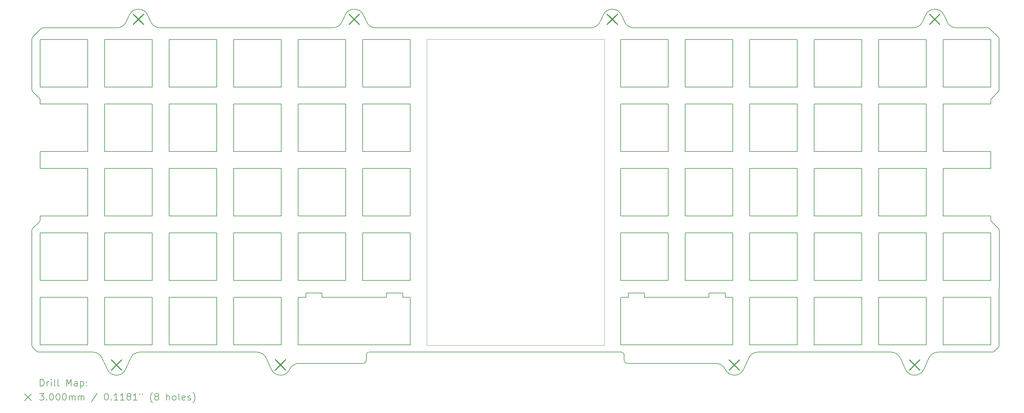
<source format=gbr>
%TF.GenerationSoftware,KiCad,Pcbnew,(6.0.7-1)-1*%
%TF.CreationDate,2022-11-07T11:39:17+01:00*%
%TF.ProjectId,frog-mini,66726f67-2d6d-4696-9e69-2e6b69636164,rev?*%
%TF.SameCoordinates,Original*%
%TF.FileFunction,Drillmap*%
%TF.FilePolarity,Positive*%
%FSLAX45Y45*%
G04 Gerber Fmt 4.5, Leading zero omitted, Abs format (unit mm)*
G04 Created by KiCad (PCBNEW (6.0.7-1)-1) date 2022-11-07 11:39:17*
%MOMM*%
%LPD*%
G01*
G04 APERTURE LIST*
%ADD10C,0.150000*%
%ADD11C,0.100000*%
%ADD12C,0.200000*%
%ADD13C,0.300000*%
G04 APERTURE END LIST*
D10*
X7798552Y-12562371D02*
X7798595Y-12693382D01*
X10179804Y-12562371D02*
X10179804Y-12693379D01*
X7322302Y-12693379D02*
X7322302Y-12562371D01*
X9703603Y-12693379D02*
X9703554Y-12562371D01*
X9703554Y-12562371D02*
X10179804Y-12562371D01*
X7322302Y-12562371D02*
X7798552Y-12562371D01*
D11*
X16133005Y-5061444D02*
X10894188Y-5061423D01*
D10*
X16621140Y-12193321D02*
X16621140Y-10788383D01*
X6596070Y-8383310D02*
X5191133Y-8383310D01*
X23741119Y-10288295D02*
X22336181Y-10288295D01*
X10406098Y-5073377D02*
X10406098Y-6478314D01*
X21836129Y-12693353D02*
X21836129Y-14098290D01*
X-523909Y-5073347D02*
X881029Y-5073347D01*
D12*
X19705214Y-14819212D02*
G75*
G03*
X19432498Y-14644211I-272654J-124898D01*
G01*
D10*
X3286095Y-14098302D02*
X3286095Y-12693365D01*
X881029Y-8883363D02*
X881029Y-10288301D01*
X3286095Y-12693365D02*
X4691033Y-12693365D01*
D12*
X16721679Y-14386611D02*
G75*
G03*
X16646684Y-14311611I-74999J1D01*
G01*
D10*
X10406075Y-12693382D02*
X10406075Y-14098320D01*
D12*
X-742964Y-6615168D02*
X-552501Y-6802689D01*
D10*
X4691057Y-8883375D02*
X4691057Y-10288313D01*
D12*
X2420746Y-14311610D02*
G75*
G03*
X2148028Y-14486611I-6J-299990D01*
G01*
D10*
X27551147Y-6873382D02*
X27551147Y-6978338D01*
X7096147Y-10788395D02*
X8501084Y-10788395D01*
X21836105Y-6478285D02*
X20431167Y-6478285D01*
D12*
X27579737Y-6802668D02*
G75*
G03*
X27551147Y-6873382I69143J-69092D01*
G01*
D10*
X18526154Y-6478291D02*
X18526154Y-5073353D01*
X10406075Y-14098320D02*
X7096123Y-14098314D01*
X18026077Y-6478297D02*
X16621140Y-6478297D01*
D12*
X16721679Y-14544211D02*
G75*
G03*
X16821684Y-14644211I100001J1D01*
G01*
D10*
X21836105Y-5073347D02*
X21836105Y-6478285D01*
X7096147Y-5073371D02*
X8501084Y-5073371D01*
X23741119Y-12193303D02*
X22336181Y-12193303D01*
D12*
X2105028Y-4349211D02*
X2014964Y-4549211D01*
D10*
X26146209Y-10288283D02*
X26146209Y-8883346D01*
X3286119Y-8883375D02*
X4691057Y-8883375D01*
X16621140Y-8383305D02*
X16621140Y-6978367D01*
X27551170Y-14098273D02*
X26146233Y-14098273D01*
X2786043Y-10788377D02*
X2786043Y-12193315D01*
D12*
X1998651Y-14819211D02*
X2148028Y-14486611D01*
X16721684Y-14386611D02*
X16721684Y-14544211D01*
D10*
X4691057Y-8383305D02*
X3286119Y-8383305D01*
D12*
X-742964Y-14173500D02*
X-634965Y-14282321D01*
D10*
X27551147Y-6478267D02*
X26146209Y-6478267D01*
D12*
X27797746Y-5066032D02*
G75*
G03*
X27768457Y-4995322I-99996J2D01*
G01*
D10*
X4691057Y-10788383D02*
X4691057Y-12193321D01*
X22336205Y-12693347D02*
X23741142Y-12693347D01*
X24241219Y-14098278D02*
X24241219Y-12693341D01*
X4691057Y-5073359D02*
X4691057Y-6478297D01*
X-523932Y-12693353D02*
X881005Y-12693353D01*
X21836105Y-10788371D02*
X21836105Y-12193309D01*
D12*
X25994746Y-14311610D02*
G75*
G03*
X25722028Y-14486611I-6J-299990D01*
G01*
X6150444Y-14486611D02*
X6299821Y-14819211D01*
D10*
X5191133Y-6978373D02*
X6596070Y-6978373D01*
D12*
X8114746Y-4724213D02*
G75*
G03*
X8387464Y-4549211I4J299993D01*
G01*
X9182838Y-14311608D02*
G75*
G03*
X9107838Y-14386611I2J-75002D01*
G01*
D10*
X18526154Y-5073353D02*
X19931091Y-5073353D01*
X4691057Y-10288313D02*
X3286119Y-10288313D01*
X5191133Y-8883381D02*
X6596070Y-8883381D01*
X20431167Y-12193309D02*
X20431167Y-10788371D01*
X16621140Y-5073359D02*
X18026077Y-5073359D01*
X23741119Y-6478279D02*
X22336181Y-6478279D01*
X18026077Y-10288313D02*
X16621140Y-10288313D01*
X24241195Y-5073336D02*
X25646133Y-5073336D01*
X23741119Y-6978349D02*
X23741119Y-8383287D01*
X10406098Y-12193338D02*
X9001161Y-12193338D01*
X5191109Y-14098308D02*
X5191109Y-12693370D01*
X23741142Y-12693347D02*
X23741142Y-14098284D01*
X10406098Y-10288330D02*
X9001161Y-10288330D01*
X8501084Y-6478308D02*
X7096147Y-6478308D01*
D12*
X15734746Y-4724211D02*
X9385746Y-4724211D01*
X1303839Y-14486611D02*
G75*
G03*
X1031121Y-14311611I-272707J-124983D01*
G01*
D10*
X-523909Y-6478285D02*
X-523909Y-5073347D01*
X3286119Y-10288313D02*
X3286119Y-8883375D01*
X6596070Y-10788389D02*
X6596070Y-12193326D01*
X19931091Y-6978361D02*
X19931091Y-8383299D01*
X9001161Y-10288330D02*
X9001161Y-8883393D01*
X21836105Y-12193309D02*
X20431167Y-12193309D01*
X881029Y-6478285D02*
X-523909Y-6478285D01*
X10406098Y-8883393D02*
X10406098Y-10288330D01*
X3286119Y-6978367D02*
X4691057Y-6978367D01*
D12*
X20672746Y-14311611D02*
X24605121Y-14311611D01*
D10*
X1381105Y-6978361D02*
X2786043Y-6978361D01*
D12*
X9113028Y-4549211D02*
X9022964Y-4349211D01*
D10*
X26146209Y-8883346D02*
X27551147Y-8883346D01*
X5191133Y-5073365D02*
X6596070Y-5073365D01*
X27551170Y-12693335D02*
X27551170Y-14098273D01*
X5191133Y-12193326D02*
X5191133Y-10788389D01*
X10406098Y-6978385D02*
X10406098Y-8383322D01*
X4691057Y-6478297D02*
X3286119Y-6478297D01*
X7096147Y-8383316D02*
X7096147Y-6978379D01*
X19931091Y-8883369D02*
X19931091Y-10288307D01*
D12*
X27456325Y-4724611D02*
X26530746Y-4724211D01*
D10*
X19704936Y-12562354D02*
X19704936Y-12693362D01*
X25646156Y-12693341D02*
X25646156Y-14098278D01*
X9001161Y-5073377D02*
X10406098Y-5073377D01*
X8501084Y-6978379D02*
X8501084Y-8383316D01*
X-523932Y-14098290D02*
X-523932Y-12693353D01*
X5191133Y-10288319D02*
X5191133Y-8883381D01*
X25646133Y-6478273D02*
X24241195Y-6478273D01*
X26146209Y-6478267D02*
X26146209Y-5073330D01*
X10406072Y-12693379D02*
X10179804Y-12693379D01*
X-523909Y-6978355D02*
X-523909Y-6873399D01*
D12*
X25994746Y-14311611D02*
X27589746Y-14311611D01*
X25259746Y-4724211D02*
X17005746Y-4724211D01*
D10*
X1381105Y-8383299D02*
X1381105Y-6978361D01*
X22336181Y-6478279D02*
X22336181Y-5073341D01*
X3286119Y-10788383D02*
X4691057Y-10788383D01*
X8501084Y-5073371D02*
X8501084Y-6478308D01*
X22336181Y-12193303D02*
X22336181Y-10788365D01*
X26146233Y-14098273D02*
X26146233Y-12693335D01*
D12*
X-501543Y-4753500D02*
X-742964Y-4994922D01*
X27768457Y-4995322D02*
X27527035Y-4753900D01*
D10*
X16621140Y-10288313D02*
X16621140Y-8883375D01*
X25646133Y-10788360D02*
X25646133Y-12193297D01*
X25646133Y-10288289D02*
X24241195Y-10288289D01*
X24241195Y-6978343D02*
X25646133Y-6978343D01*
X19931091Y-10288307D02*
X18526154Y-10288307D01*
X6596047Y-14098308D02*
X5191109Y-14098308D01*
D12*
X9113028Y-4549211D02*
G75*
G03*
X9385746Y-4724211I272712J124991D01*
G01*
X7117974Y-14644211D02*
X9007838Y-14644211D01*
D10*
X-523909Y-10393257D02*
X-523909Y-10288301D01*
X27551147Y-8383275D02*
X27551147Y-8883346D01*
X20431167Y-10288301D02*
X20431167Y-8883363D01*
X4691057Y-6978367D02*
X4691057Y-8383305D01*
X27551147Y-10288283D02*
X27551147Y-10393239D01*
X22336181Y-8883357D02*
X23741119Y-8883357D01*
D12*
X26258028Y-4549211D02*
X26167964Y-4349211D01*
D10*
X24241195Y-10288289D02*
X24241195Y-8883352D01*
X6596070Y-5073365D02*
X6596070Y-6478302D01*
X19931091Y-5073353D02*
X19931091Y-6478291D01*
X19931091Y-10788377D02*
X19931091Y-12193315D01*
D12*
X-772254Y-14102789D02*
G75*
G03*
X-742964Y-14173500I99999J0D01*
G01*
D10*
X1381105Y-5073353D02*
X2786043Y-5073353D01*
D12*
X27797746Y-6544857D02*
X27797746Y-5066032D01*
X20672746Y-14311610D02*
G75*
G03*
X20400028Y-14486611I-6J-299990D01*
G01*
X15734746Y-4724213D02*
G75*
G03*
X16007464Y-4549211I4J299993D01*
G01*
D10*
X9001161Y-8383322D02*
X9001161Y-6978385D01*
D12*
X16733028Y-4549211D02*
X16642964Y-4349211D01*
D10*
X16621140Y-8883375D02*
X18026077Y-8883375D01*
D12*
X-552501Y-10463968D02*
X-742964Y-10651488D01*
D11*
X10894188Y-5061423D02*
X10894188Y-14110173D01*
D10*
X23741142Y-14098284D02*
X22336205Y-14098284D01*
D12*
X-742964Y-4994922D02*
G75*
G03*
X-772254Y-5065632I70710J-70710D01*
G01*
D10*
X7096147Y-8883387D02*
X8501084Y-8883387D01*
D12*
X-742964Y-10651488D02*
G75*
G03*
X-772254Y-10722199I70710J-70710D01*
G01*
D10*
X5191133Y-6478302D02*
X5191133Y-5073365D01*
X-523909Y-8883363D02*
X-523909Y-8383293D01*
D12*
X16821684Y-14644211D02*
X19432498Y-14644211D01*
D10*
X20431167Y-6478285D02*
X20431167Y-5073347D01*
D12*
X9007838Y-14644208D02*
G75*
G03*
X9107838Y-14544211I2J99998D01*
G01*
D10*
X26146233Y-12693335D02*
X27551170Y-12693335D01*
X21836105Y-8383293D02*
X20431167Y-8383293D01*
X9001161Y-10788401D02*
X10406098Y-10788401D01*
X19704936Y-12693362D02*
X19931115Y-12693359D01*
X-523909Y-10788371D02*
X881029Y-10788371D01*
X20431191Y-12693353D02*
X21836129Y-12693353D01*
X20431167Y-6978355D02*
X21836105Y-6978355D01*
D12*
X2740528Y-4549211D02*
G75*
G03*
X3013246Y-4724211I272712J124991D01*
G01*
X2740528Y-4549211D02*
X2650464Y-4349211D01*
X1453216Y-14819211D02*
G75*
G03*
X1998651Y-14819211I272718J125000D01*
G01*
D10*
X9001161Y-12193338D02*
X9001161Y-10788401D01*
X22336181Y-6978349D02*
X23741119Y-6978349D01*
X10406098Y-6478314D02*
X9001161Y-6478314D01*
D12*
X26167964Y-4349211D02*
G75*
G03*
X25622528Y-4349211I-272718J-125000D01*
G01*
D10*
X5191133Y-10788389D02*
X6596070Y-10788389D01*
D12*
X-523909Y-6873399D02*
G75*
G03*
X-552501Y-6802689I-97733J1617D01*
G01*
D10*
X18026077Y-8383305D02*
X16621140Y-8383305D01*
X22336181Y-10788365D02*
X23741119Y-10788365D01*
D12*
X-772254Y-5065632D02*
X-772254Y-6544457D01*
X9182838Y-14311611D02*
X16646684Y-14311611D01*
X-772254Y-10722199D02*
X-772254Y-14102789D01*
D10*
X1381082Y-12693359D02*
X2786019Y-12693359D01*
X1381082Y-14098296D02*
X1381082Y-12693359D01*
X5191109Y-12693370D02*
X6596047Y-12693370D01*
X18526154Y-8383299D02*
X18526154Y-6978361D01*
X8501084Y-8383316D02*
X7096147Y-8383316D01*
D12*
X27768456Y-14173500D02*
G75*
G03*
X27797746Y-14102789I-70706J70710D01*
G01*
D10*
X27551147Y-10288283D02*
X26146209Y-10288283D01*
X24241195Y-10788360D02*
X25646133Y-10788360D01*
D12*
X25622528Y-4349211D02*
X25532464Y-4549211D01*
D10*
X3286119Y-6478297D02*
X3286119Y-5073359D01*
X9001161Y-6978385D02*
X10406098Y-6978385D01*
X18026077Y-6978367D02*
X18026077Y-8383305D01*
X4691033Y-12693365D02*
X4691033Y-14098302D01*
X20431167Y-10788371D02*
X21836105Y-10788371D01*
X26146209Y-10788354D02*
X27551147Y-10788354D01*
X881029Y-12193309D02*
X-523909Y-12193309D01*
X22336181Y-10288295D02*
X22336181Y-8883357D01*
X18526154Y-10288307D02*
X18526154Y-8883369D01*
X16847433Y-12693362D02*
X16847433Y-12562354D01*
X25646133Y-8383281D02*
X24241195Y-8383281D01*
X26146209Y-8383275D02*
X26146209Y-6978338D01*
X20431167Y-8383293D02*
X20431167Y-6978355D01*
X25646133Y-12193297D02*
X24241195Y-12193297D01*
X22336181Y-5073341D02*
X23741119Y-5073341D01*
D12*
X27660457Y-14282321D02*
X27768457Y-14173500D01*
X27589746Y-14311609D02*
G75*
G03*
X27660457Y-14282321I-6J100019D01*
G01*
X20250652Y-14819211D02*
X20400028Y-14486611D01*
D10*
X-523909Y-6978355D02*
X881029Y-6978355D01*
X6596070Y-6978373D02*
X6596070Y-8383310D01*
D12*
X2420746Y-14311611D02*
X5877726Y-14311611D01*
D10*
X18026077Y-5073359D02*
X18026077Y-6478297D01*
D12*
X16097528Y-4349211D02*
X16007464Y-4549211D01*
D10*
X4691057Y-12193321D02*
X3286119Y-12193321D01*
X6596070Y-6478302D02*
X5191133Y-6478302D01*
X27551147Y-10788354D02*
X27551147Y-12193291D01*
D11*
X10894188Y-14110173D02*
X16133005Y-14110194D01*
D10*
X6596070Y-10288319D02*
X5191133Y-10288319D01*
D12*
X27799490Y-10722181D02*
G75*
G03*
X27770202Y-10651471I-100000J1D01*
G01*
X-430832Y-4724211D02*
G75*
G03*
X-501543Y-4753500I2J-100006D01*
G01*
D10*
X10406098Y-10788401D02*
X10406098Y-12193338D01*
X9001161Y-8883393D02*
X10406098Y-8883393D01*
X1381105Y-10288307D02*
X1381105Y-8883369D01*
X22336205Y-14098284D02*
X22336205Y-12693347D01*
X2786043Y-10288307D02*
X1381105Y-10288307D01*
X27551147Y-5073330D02*
X27551147Y-6478267D01*
X1381105Y-12193315D02*
X1381105Y-10788377D01*
X2786043Y-5073353D02*
X2786043Y-6478291D01*
X6596070Y-8883381D02*
X6596070Y-10288319D01*
X26146209Y-6978338D02*
X27551147Y-6978338D01*
X7096147Y-6478308D02*
X7096147Y-5073371D01*
D12*
X9022964Y-4349211D02*
G75*
G03*
X8477528Y-4349211I-272718J-125000D01*
G01*
X8114746Y-4724211D02*
X3013246Y-4724211D01*
D10*
X16621140Y-6978367D02*
X18026077Y-6978367D01*
D12*
X6299821Y-14819211D02*
G75*
G03*
X6845257Y-14819211I272718J125000D01*
G01*
D10*
X7798595Y-12693382D02*
X9703603Y-12693379D01*
D12*
X27768457Y-6615568D02*
G75*
G03*
X27797746Y-6544857I-70708J70709D01*
G01*
D10*
X7096123Y-12693376D02*
X7322302Y-12693379D01*
D12*
X25259746Y-4724213D02*
G75*
G03*
X25532464Y-4549211I4J299993D01*
G01*
D10*
X16847433Y-12562354D02*
X17323684Y-12562354D01*
X16621163Y-14098302D02*
X16621163Y-12693365D01*
X7096123Y-14098314D02*
X7096123Y-12693376D01*
X881029Y-5073347D02*
X881029Y-6478285D01*
X3286119Y-5073359D02*
X4691057Y-5073359D01*
X2786019Y-14098296D02*
X1381082Y-14098296D01*
X19931091Y-8383299D02*
X18526154Y-8383299D01*
X8501084Y-10288324D02*
X7096147Y-10288324D01*
D12*
X1742246Y-4724211D02*
X-430832Y-4724211D01*
D10*
X881029Y-10288301D02*
X-523909Y-10288301D01*
D12*
X1303839Y-14486611D02*
X1453216Y-14819211D01*
D10*
X9001161Y-6478314D02*
X9001161Y-5073377D01*
X1381105Y-8883369D02*
X2786043Y-8883369D01*
X26146209Y-5073330D02*
X27551147Y-5073330D01*
X18526154Y-8883369D02*
X19931091Y-8883369D01*
X19931115Y-12693359D02*
X19931115Y-14098296D01*
X18026077Y-8883375D02*
X18026077Y-10288313D01*
X21836105Y-6978355D02*
X21836105Y-8383293D01*
X27551147Y-12193291D02*
X26146209Y-12193291D01*
X2786043Y-12193315D02*
X1381105Y-12193315D01*
X21836129Y-14098290D02*
X20431191Y-14098290D01*
X21836105Y-8883363D02*
X21836105Y-10288301D01*
X25646133Y-6978343D02*
X25646133Y-8383281D01*
X3286119Y-12193321D02*
X3286119Y-10788383D01*
D12*
X6150447Y-14486610D02*
G75*
G03*
X5877726Y-14311611I-272717J-125000D01*
G01*
D10*
X19228685Y-12562354D02*
X19704936Y-12562354D01*
X19931091Y-12193315D02*
X18526154Y-12193315D01*
X23741119Y-8883357D02*
X23741119Y-10288295D01*
X7096147Y-6978379D02*
X8501084Y-6978379D01*
D12*
X26258028Y-4549211D02*
G75*
G03*
X26530746Y-4724211I272712J124991D01*
G01*
X7117974Y-14644211D02*
G75*
G03*
X6845257Y-14819211I-65J-299899D01*
G01*
X9107838Y-14544211D02*
X9107838Y-14386611D01*
D10*
X24241195Y-12193297D02*
X24241195Y-10788360D01*
X881005Y-14098290D02*
X-523932Y-14098290D01*
X8501084Y-12193332D02*
X7096147Y-12193332D01*
X18526154Y-12193315D02*
X18526154Y-10788377D01*
D12*
X27797746Y-14102789D02*
X27799492Y-10722181D01*
D10*
X26146209Y-12193291D02*
X26146209Y-10788354D01*
D12*
X27579739Y-6802671D02*
X27768457Y-6615568D01*
D10*
X24241219Y-12693341D02*
X25646156Y-12693341D01*
X881029Y-10788371D02*
X881029Y-12193309D01*
X10406098Y-8383322D02*
X9001161Y-8383322D01*
D12*
X27527037Y-4753899D02*
G75*
G03*
X27456325Y-4724611I-70717J-70732D01*
G01*
X-772254Y-6544457D02*
G75*
G03*
X-742964Y-6615168I99999J0D01*
G01*
D10*
X8501084Y-8883387D02*
X8501084Y-10288324D01*
X5191133Y-8383310D02*
X5191133Y-6978373D01*
X18026077Y-12193321D02*
X16621140Y-12193321D01*
D12*
X25572651Y-14819211D02*
X25722028Y-14486611D01*
D10*
X2786019Y-12693359D02*
X2786019Y-14098296D01*
D12*
X19705216Y-14819211D02*
G75*
G03*
X20250652Y-14819211I272718J125000D01*
G01*
X25027216Y-14819211D02*
G75*
G03*
X25572651Y-14819211I272718J125000D01*
G01*
X16733028Y-4549211D02*
G75*
G03*
X17005746Y-4724211I272712J124991D01*
G01*
D10*
X881029Y-8383293D02*
X-523909Y-8383293D01*
X-523909Y-12193309D02*
X-523909Y-10788371D01*
X7096147Y-12193332D02*
X7096147Y-10788395D01*
D12*
X24877839Y-14486611D02*
X25027216Y-14819211D01*
D10*
X20431191Y-14098290D02*
X20431191Y-12693353D01*
X23741119Y-10788365D02*
X23741119Y-12193303D01*
D12*
X24877835Y-14486612D02*
G75*
G03*
X24605121Y-14311611I-272705J-124978D01*
G01*
D10*
X25646133Y-8883352D02*
X25646133Y-10288289D01*
X16621140Y-10788383D02*
X18026077Y-10788383D01*
X2786043Y-8883369D02*
X2786043Y-10288307D01*
X4691033Y-14098302D02*
X3286095Y-14098302D01*
X16621140Y-6478297D02*
X16621140Y-5073359D01*
D12*
X2650464Y-4349211D02*
G75*
G03*
X2105028Y-4349211I-272718J-125000D01*
G01*
D10*
X17323635Y-12693362D02*
X19228643Y-12693365D01*
X23741119Y-8383287D02*
X22336181Y-8383287D01*
X1381105Y-10788377D02*
X2786043Y-10788377D01*
D12*
X8477528Y-4349211D02*
X8387464Y-4549211D01*
D10*
X2786043Y-6478291D02*
X1381105Y-6478291D01*
X2786043Y-6978361D02*
X2786043Y-8383299D01*
X1381105Y-6478291D02*
X1381105Y-5073353D01*
X3286119Y-8383305D02*
X3286119Y-6978367D01*
D12*
X-552501Y-10463968D02*
G75*
G03*
X-523909Y-10393257I-69141J69094D01*
G01*
D10*
X20431167Y-8883363D02*
X21836105Y-8883363D01*
X21836105Y-10288301D02*
X20431167Y-10288301D01*
X7096147Y-10288324D02*
X7096147Y-8883387D01*
X24241195Y-8883352D02*
X25646133Y-8883352D01*
X27551147Y-8383275D02*
X26146209Y-8383275D01*
X16847433Y-12693362D02*
X16621166Y-12693362D01*
X18526154Y-6978361D02*
X19931091Y-6978361D01*
X19228643Y-12693365D02*
X19228685Y-12562354D01*
X17323684Y-12562354D02*
X17323635Y-12693362D01*
X20431167Y-5073347D02*
X21836105Y-5073347D01*
X23741119Y-5073341D02*
X23741119Y-6478279D01*
X25646156Y-14098278D02*
X24241219Y-14098278D01*
X18026077Y-10788383D02*
X18026077Y-12193321D01*
X6596070Y-12193326D02*
X5191133Y-12193326D01*
X19931115Y-14098296D02*
X16621163Y-14098302D01*
X8501084Y-10788395D02*
X8501084Y-12193332D01*
X881029Y-6978355D02*
X881029Y-8383293D01*
X25646133Y-5073336D02*
X25646133Y-6478273D01*
D12*
X-634965Y-14282321D02*
G75*
G03*
X-564254Y-14311611I70724J70742D01*
G01*
D11*
X16133005Y-5061444D02*
X16133005Y-14110194D01*
D10*
X24241195Y-8383281D02*
X24241195Y-6978343D01*
X-523909Y-8883363D02*
X881029Y-8883363D01*
X881005Y-12693353D02*
X881005Y-14098290D01*
X19931091Y-6478291D02*
X18526154Y-6478291D01*
D12*
X-564254Y-14311611D02*
X1031121Y-14311611D01*
D10*
X6596047Y-12693370D02*
X6596047Y-14098308D01*
D12*
X16642964Y-4349211D02*
G75*
G03*
X16097528Y-4349211I-272718J-125000D01*
G01*
X27551149Y-10393239D02*
G75*
G03*
X27579739Y-10463950I97731J-1621D01*
G01*
D10*
X22336181Y-8383287D02*
X22336181Y-6978349D01*
X24241195Y-6478273D02*
X24241195Y-5073336D01*
D12*
X27770202Y-10651471D02*
X27579739Y-10463950D01*
D10*
X18526154Y-10788377D02*
X19931091Y-10788377D01*
D12*
X1742246Y-4724211D02*
G75*
G03*
X2014964Y-4549211I7J299989D01*
G01*
D10*
X2786043Y-8383299D02*
X1381105Y-8383299D01*
D12*
D13*
X1577200Y-14543900D02*
X1877200Y-14843900D01*
X1877200Y-14543900D02*
X1577200Y-14843900D01*
X2227440Y-4322940D02*
X2527440Y-4622940D01*
X2527440Y-4322940D02*
X2227440Y-4622940D01*
X6420980Y-14538820D02*
X6720980Y-14838820D01*
X6720980Y-14538820D02*
X6420980Y-14838820D01*
X8600300Y-4325480D02*
X8900300Y-4625480D01*
X8900300Y-4325480D02*
X8600300Y-4625480D01*
X16222840Y-4325480D02*
X16522840Y-4625480D01*
X16522840Y-4325480D02*
X16222840Y-4625480D01*
X19827100Y-14541360D02*
X20127100Y-14841360D01*
X20127100Y-14541360D02*
X19827100Y-14841360D01*
X25150940Y-14541360D02*
X25450940Y-14841360D01*
X25450940Y-14541360D02*
X25150940Y-14841360D01*
X25745300Y-4325480D02*
X26045300Y-4625480D01*
X26045300Y-4325480D02*
X25745300Y-4625480D01*
D12*
X-524635Y-15314687D02*
X-524635Y-15114687D01*
X-477016Y-15114687D01*
X-448444Y-15124211D01*
X-429397Y-15143258D01*
X-419873Y-15162306D01*
X-410349Y-15200401D01*
X-410349Y-15228973D01*
X-419873Y-15267068D01*
X-429397Y-15286115D01*
X-448444Y-15305163D01*
X-477016Y-15314687D01*
X-524635Y-15314687D01*
X-324635Y-15314687D02*
X-324635Y-15181354D01*
X-324635Y-15219449D02*
X-315111Y-15200401D01*
X-305587Y-15190877D01*
X-286540Y-15181354D01*
X-267492Y-15181354D01*
X-200825Y-15314687D02*
X-200825Y-15181354D01*
X-200825Y-15114687D02*
X-210349Y-15124211D01*
X-200825Y-15133735D01*
X-191301Y-15124211D01*
X-200825Y-15114687D01*
X-200825Y-15133735D01*
X-77016Y-15314687D02*
X-96063Y-15305163D01*
X-105587Y-15286115D01*
X-105587Y-15114687D01*
X27746Y-15314687D02*
X8699Y-15305163D01*
X-825Y-15286115D01*
X-825Y-15114687D01*
X256318Y-15314687D02*
X256318Y-15114687D01*
X322984Y-15257544D01*
X389651Y-15114687D01*
X389651Y-15314687D01*
X570603Y-15314687D02*
X570603Y-15209925D01*
X561080Y-15190877D01*
X542032Y-15181354D01*
X503937Y-15181354D01*
X484889Y-15190877D01*
X570603Y-15305163D02*
X551556Y-15314687D01*
X503937Y-15314687D01*
X484889Y-15305163D01*
X475365Y-15286115D01*
X475365Y-15267068D01*
X484889Y-15248020D01*
X503937Y-15238496D01*
X551556Y-15238496D01*
X570603Y-15228973D01*
X665841Y-15181354D02*
X665841Y-15381354D01*
X665841Y-15190877D02*
X684889Y-15181354D01*
X722984Y-15181354D01*
X742032Y-15190877D01*
X751556Y-15200401D01*
X761079Y-15219449D01*
X761079Y-15276592D01*
X751556Y-15295639D01*
X742032Y-15305163D01*
X722984Y-15314687D01*
X684889Y-15314687D01*
X665841Y-15305163D01*
X846794Y-15295639D02*
X856318Y-15305163D01*
X846794Y-15314687D01*
X837270Y-15305163D01*
X846794Y-15295639D01*
X846794Y-15314687D01*
X846794Y-15190877D02*
X856318Y-15200401D01*
X846794Y-15209925D01*
X837270Y-15200401D01*
X846794Y-15190877D01*
X846794Y-15209925D01*
X-982254Y-15544211D02*
X-782254Y-15744211D01*
X-782254Y-15544211D02*
X-982254Y-15744211D01*
X-543682Y-15534687D02*
X-419873Y-15534687D01*
X-486539Y-15610877D01*
X-457968Y-15610877D01*
X-438920Y-15620401D01*
X-429397Y-15629925D01*
X-419873Y-15648973D01*
X-419873Y-15696592D01*
X-429397Y-15715639D01*
X-438920Y-15725163D01*
X-457968Y-15734687D01*
X-515111Y-15734687D01*
X-534159Y-15725163D01*
X-543682Y-15715639D01*
X-334159Y-15715639D02*
X-324635Y-15725163D01*
X-334159Y-15734687D01*
X-343682Y-15725163D01*
X-334159Y-15715639D01*
X-334159Y-15734687D01*
X-200825Y-15534687D02*
X-181778Y-15534687D01*
X-162730Y-15544211D01*
X-153206Y-15553735D01*
X-143682Y-15572782D01*
X-134159Y-15610877D01*
X-134159Y-15658496D01*
X-143682Y-15696592D01*
X-153206Y-15715639D01*
X-162730Y-15725163D01*
X-181778Y-15734687D01*
X-200825Y-15734687D01*
X-219873Y-15725163D01*
X-229397Y-15715639D01*
X-238920Y-15696592D01*
X-248444Y-15658496D01*
X-248444Y-15610877D01*
X-238920Y-15572782D01*
X-229397Y-15553735D01*
X-219873Y-15544211D01*
X-200825Y-15534687D01*
X-10349Y-15534687D02*
X8699Y-15534687D01*
X27746Y-15544211D01*
X37270Y-15553735D01*
X46794Y-15572782D01*
X56318Y-15610877D01*
X56318Y-15658496D01*
X46794Y-15696592D01*
X37270Y-15715639D01*
X27746Y-15725163D01*
X8699Y-15734687D01*
X-10349Y-15734687D01*
X-29397Y-15725163D01*
X-38920Y-15715639D01*
X-48444Y-15696592D01*
X-57968Y-15658496D01*
X-57968Y-15610877D01*
X-48444Y-15572782D01*
X-38920Y-15553735D01*
X-29397Y-15544211D01*
X-10349Y-15534687D01*
X180127Y-15534687D02*
X199175Y-15534687D01*
X218222Y-15544211D01*
X227746Y-15553735D01*
X237270Y-15572782D01*
X246794Y-15610877D01*
X246794Y-15658496D01*
X237270Y-15696592D01*
X227746Y-15715639D01*
X218222Y-15725163D01*
X199175Y-15734687D01*
X180127Y-15734687D01*
X161080Y-15725163D01*
X151556Y-15715639D01*
X142032Y-15696592D01*
X132508Y-15658496D01*
X132508Y-15610877D01*
X142032Y-15572782D01*
X151556Y-15553735D01*
X161080Y-15544211D01*
X180127Y-15534687D01*
X332508Y-15734687D02*
X332508Y-15601354D01*
X332508Y-15620401D02*
X342032Y-15610877D01*
X361079Y-15601354D01*
X389651Y-15601354D01*
X408698Y-15610877D01*
X418222Y-15629925D01*
X418222Y-15734687D01*
X418222Y-15629925D02*
X427746Y-15610877D01*
X446794Y-15601354D01*
X475365Y-15601354D01*
X494413Y-15610877D01*
X503937Y-15629925D01*
X503937Y-15734687D01*
X599175Y-15734687D02*
X599175Y-15601354D01*
X599175Y-15620401D02*
X608699Y-15610877D01*
X627746Y-15601354D01*
X656318Y-15601354D01*
X675365Y-15610877D01*
X684889Y-15629925D01*
X684889Y-15734687D01*
X684889Y-15629925D02*
X694413Y-15610877D01*
X713460Y-15601354D01*
X742032Y-15601354D01*
X761079Y-15610877D01*
X770603Y-15629925D01*
X770603Y-15734687D01*
X1161080Y-15525163D02*
X989651Y-15782306D01*
X1418222Y-15534687D02*
X1437270Y-15534687D01*
X1456318Y-15544211D01*
X1465841Y-15553735D01*
X1475365Y-15572782D01*
X1484889Y-15610877D01*
X1484889Y-15658496D01*
X1475365Y-15696592D01*
X1465841Y-15715639D01*
X1456318Y-15725163D01*
X1437270Y-15734687D01*
X1418222Y-15734687D01*
X1399175Y-15725163D01*
X1389651Y-15715639D01*
X1380127Y-15696592D01*
X1370603Y-15658496D01*
X1370603Y-15610877D01*
X1380127Y-15572782D01*
X1389651Y-15553735D01*
X1399175Y-15544211D01*
X1418222Y-15534687D01*
X1570603Y-15715639D02*
X1580127Y-15725163D01*
X1570603Y-15734687D01*
X1561079Y-15725163D01*
X1570603Y-15715639D01*
X1570603Y-15734687D01*
X1770603Y-15734687D02*
X1656318Y-15734687D01*
X1713460Y-15734687D02*
X1713460Y-15534687D01*
X1694413Y-15563258D01*
X1675365Y-15582306D01*
X1656318Y-15591830D01*
X1961079Y-15734687D02*
X1846794Y-15734687D01*
X1903937Y-15734687D02*
X1903937Y-15534687D01*
X1884889Y-15563258D01*
X1865841Y-15582306D01*
X1846794Y-15591830D01*
X2075365Y-15620401D02*
X2056318Y-15610877D01*
X2046794Y-15601354D01*
X2037270Y-15582306D01*
X2037270Y-15572782D01*
X2046794Y-15553735D01*
X2056318Y-15544211D01*
X2075365Y-15534687D01*
X2113460Y-15534687D01*
X2132508Y-15544211D01*
X2142032Y-15553735D01*
X2151556Y-15572782D01*
X2151556Y-15582306D01*
X2142032Y-15601354D01*
X2132508Y-15610877D01*
X2113460Y-15620401D01*
X2075365Y-15620401D01*
X2056318Y-15629925D01*
X2046794Y-15639449D01*
X2037270Y-15658496D01*
X2037270Y-15696592D01*
X2046794Y-15715639D01*
X2056318Y-15725163D01*
X2075365Y-15734687D01*
X2113460Y-15734687D01*
X2132508Y-15725163D01*
X2142032Y-15715639D01*
X2151556Y-15696592D01*
X2151556Y-15658496D01*
X2142032Y-15639449D01*
X2132508Y-15629925D01*
X2113460Y-15620401D01*
X2342032Y-15734687D02*
X2227746Y-15734687D01*
X2284889Y-15734687D02*
X2284889Y-15534687D01*
X2265841Y-15563258D01*
X2246794Y-15582306D01*
X2227746Y-15591830D01*
X2418222Y-15534687D02*
X2418222Y-15572782D01*
X2494413Y-15534687D02*
X2494413Y-15572782D01*
X2789651Y-15810877D02*
X2780127Y-15801354D01*
X2761080Y-15772782D01*
X2751556Y-15753735D01*
X2742032Y-15725163D01*
X2732508Y-15677544D01*
X2732508Y-15639449D01*
X2742032Y-15591830D01*
X2751556Y-15563258D01*
X2761080Y-15544211D01*
X2780127Y-15515639D01*
X2789651Y-15506115D01*
X2894413Y-15620401D02*
X2875365Y-15610877D01*
X2865841Y-15601354D01*
X2856318Y-15582306D01*
X2856318Y-15572782D01*
X2865841Y-15553735D01*
X2875365Y-15544211D01*
X2894413Y-15534687D01*
X2932508Y-15534687D01*
X2951556Y-15544211D01*
X2961079Y-15553735D01*
X2970603Y-15572782D01*
X2970603Y-15582306D01*
X2961079Y-15601354D01*
X2951556Y-15610877D01*
X2932508Y-15620401D01*
X2894413Y-15620401D01*
X2875365Y-15629925D01*
X2865841Y-15639449D01*
X2856318Y-15658496D01*
X2856318Y-15696592D01*
X2865841Y-15715639D01*
X2875365Y-15725163D01*
X2894413Y-15734687D01*
X2932508Y-15734687D01*
X2951556Y-15725163D01*
X2961079Y-15715639D01*
X2970603Y-15696592D01*
X2970603Y-15658496D01*
X2961079Y-15639449D01*
X2951556Y-15629925D01*
X2932508Y-15620401D01*
X3208698Y-15734687D02*
X3208698Y-15534687D01*
X3294413Y-15734687D02*
X3294413Y-15629925D01*
X3284889Y-15610877D01*
X3265841Y-15601354D01*
X3237270Y-15601354D01*
X3218222Y-15610877D01*
X3208698Y-15620401D01*
X3418222Y-15734687D02*
X3399175Y-15725163D01*
X3389651Y-15715639D01*
X3380127Y-15696592D01*
X3380127Y-15639449D01*
X3389651Y-15620401D01*
X3399175Y-15610877D01*
X3418222Y-15601354D01*
X3446794Y-15601354D01*
X3465841Y-15610877D01*
X3475365Y-15620401D01*
X3484889Y-15639449D01*
X3484889Y-15696592D01*
X3475365Y-15715639D01*
X3465841Y-15725163D01*
X3446794Y-15734687D01*
X3418222Y-15734687D01*
X3599175Y-15734687D02*
X3580127Y-15725163D01*
X3570603Y-15706115D01*
X3570603Y-15534687D01*
X3751556Y-15725163D02*
X3732508Y-15734687D01*
X3694413Y-15734687D01*
X3675365Y-15725163D01*
X3665841Y-15706115D01*
X3665841Y-15629925D01*
X3675365Y-15610877D01*
X3694413Y-15601354D01*
X3732508Y-15601354D01*
X3751556Y-15610877D01*
X3761079Y-15629925D01*
X3761079Y-15648973D01*
X3665841Y-15668020D01*
X3837270Y-15725163D02*
X3856318Y-15734687D01*
X3894413Y-15734687D01*
X3913460Y-15725163D01*
X3922984Y-15706115D01*
X3922984Y-15696592D01*
X3913460Y-15677544D01*
X3894413Y-15668020D01*
X3865841Y-15668020D01*
X3846794Y-15658496D01*
X3837270Y-15639449D01*
X3837270Y-15629925D01*
X3846794Y-15610877D01*
X3865841Y-15601354D01*
X3894413Y-15601354D01*
X3913460Y-15610877D01*
X3989651Y-15810877D02*
X3999175Y-15801354D01*
X4018222Y-15772782D01*
X4027746Y-15753735D01*
X4037270Y-15725163D01*
X4046794Y-15677544D01*
X4046794Y-15639449D01*
X4037270Y-15591830D01*
X4027746Y-15563258D01*
X4018222Y-15544211D01*
X3999175Y-15515639D01*
X3989651Y-15506115D01*
M02*

</source>
